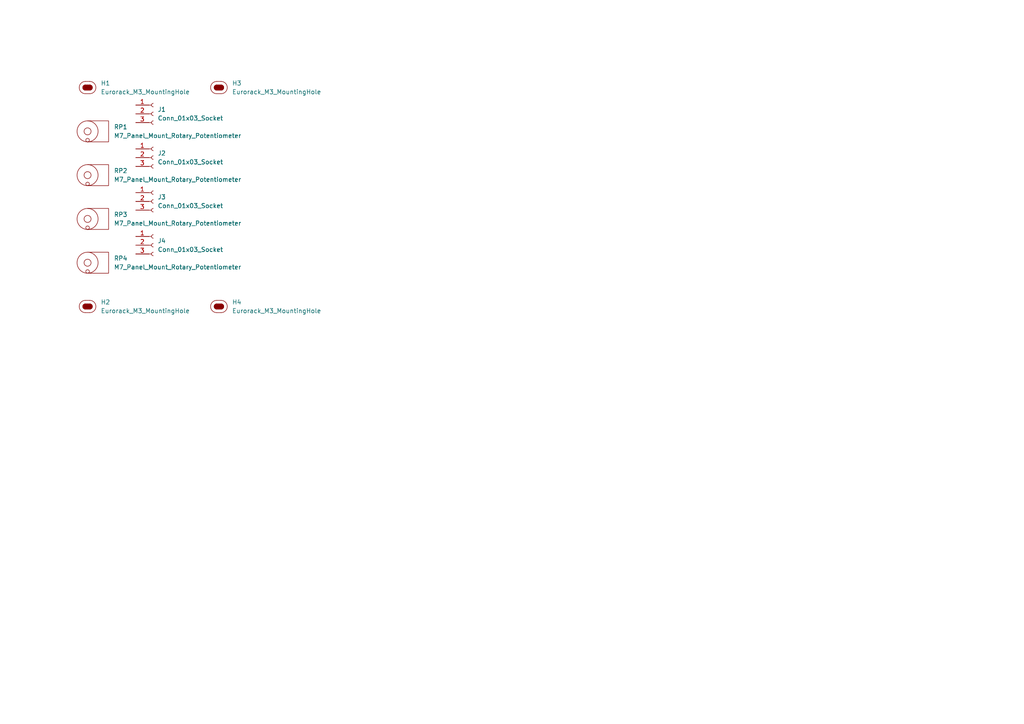
<source format=kicad_sch>
(kicad_sch (version 20231120) (generator "eeschema") (generator_version "8.0")
  (paper "A4")
  (lib_symbols
    (symbol "Connector:Conn_01x03_Socket" (pin_names (offset 1.016) hide)
      (property "Reference" "J" (at 0 5.08 0))
      (property "Value" "Conn_01x03_Socket" (at 0 -5.08 0))
      (symbol "Conn_01x03_Socket_1_1"
        (arc (start 0 -2.032) (mid -0.5058 -2.54) (end 0 -3.048) (stroke (width 0.1524)))
        (polyline (pts (xy -1.27 -2.54) (xy -0.508 -2.54)) (stroke (width 0.1524)))
        (polyline (pts (xy -1.27 0) (xy -0.508 0)) (stroke (width 0.1524)))
        (polyline (pts (xy -1.27 2.54) (xy -0.508 2.54)) (stroke (width 0.1524)))
        (arc (start 0 0.508) (mid -0.5058 0) (end 0 -0.508) (stroke (width 0.1524)))
        (arc (start 0 3.048) (mid -0.5058 2.54) (end 0 2.032) (stroke (width 0.1524)))
        (pin passive line (at -5.08 2.54 0) (length 3.81) (name "Pin_1") (number "1"))
        (pin passive line (at -5.08 0 0) (length 3.81) (name "Pin_2") (number "2"))
        (pin passive line (at -5.08 -2.54 0) (length 3.81) (name "Pin_3") (number "3"))
      )
    )
    (symbol "EXC:Eurorack_M3_MountingHole" (pin_names (offset 1.016)) (exclude_from_sim yes) (in_bom no)
      (property "Reference" "H" (at 0 5.08 0))
      (property "Value" "Eurorack_M3_MountingHole" (at 0 3.175 0))
      (symbol "Eurorack_M3_MountingHole_0_1"
        (circle (center -0.635 0) (radius 0.762) (fill (type outline)))
        (arc (start -0.635 0.762) (mid -1.397 0) (end -0.635 -0.762))
        (arc (start -0.635 1.778) (mid -2.413 0) (end -0.635 -1.778))
        (polyline (pts (xy -0.635 -1.778) (xy 0.635 -1.778)))
        (polyline (pts (xy -0.635 -0.762) (xy 0.635 -0.762)))
        (polyline (pts (xy -0.635 0.762) (xy 0.635 0.762)))
        (polyline (pts (xy 0.635 1.778) (xy -0.635 1.778)))
        (circle (center 0 0) (radius 0.762) (fill (type outline)))
        (arc (start 0.6141 -1.778) (mid 2.4131 0) (end 0.6141 1.778))
        (arc (start 0.6227 -0.762) (mid 1.3971 0) (end 0.6227 0.762))
        (circle (center 0.635 0) (radius 0.762) (fill (type outline)))
      )
    )
    (symbol "EXC:Rotary_Potentiometer_M7_Panel_Mount"
      (property "Reference" "RP" (at 0 4.064 0))
      (property "Value" "M7_Panel_Mount_Rotary_Potentiometer" (at 0 -4.318 0))
      (symbol "Rotary_Potentiometer_M7_Panel_Mount_0_1"
        (circle (center 0 -2.54) (radius 0.508))
        (polyline (pts (xy 0 3.048) (xy 6.096 3.048) (xy 6.096 -3.048) (xy 0 -3.048)))
        (circle (center 0 0) (radius 1.016))
        (circle (center 0 0) (radius 3.048))
      )
    )
  )
  (symbol (lib_id "EXC:Eurorack_M3_MountingHole") (at 63.5 88.9 0) (unit 1) (exclude_from_sim yes) (in_bom no)
    (property "Reference" "H4" (at 67.31 87.6299 0) (effects (justify left)))
    (property "Value" "Eurorack_M3_MountingHole" (at 67.31 90.1699 0) (effects (justify left)))
    (property "Footprint" "EXC:MountingHole_3.2mm_M3" (effects (hide yes)))
    (property "Description" "Mounting Hole without connection" (effects (hide yes)))
  )
  (symbol (lib_id "Connector:Conn_01x03_Socket") (at 44.45 71.12 0) (unit 1)
    (property "Reference" "J4" (at 45.72 69.8499 0) (effects (justify left)))
    (property "Value" "Conn_01x03_Socket" (at 45.72 72.3899 0) (effects (justify left)))
    (property "Footprint" "Connector_PinSocket_2.54mm:PinSocket_1x03_P2.54mm_Vertical" (effects (hide yes)))
    (property "Description" "Generic connector, single row, 01x03, script generated" (effects (hide yes)))
  )
  (symbol (lib_id "EXC:Eurorack_M3_MountingHole") (at 25.4 88.9 0) (unit 1) (exclude_from_sim yes) (in_bom no)
    (property "Reference" "H2" (at 29.21 87.6299 0) (effects (justify left)))
    (property "Value" "Eurorack_M3_MountingHole" (at 29.21 90.1699 0) (effects (justify left)))
    (property "Footprint" "EXC:MountingHole_3.2mm_M3" (effects (hide yes)))
    (property "Description" "Mounting Hole without connection" (effects (hide yes)))
  )
  (symbol (lib_id "EXC:Rotary_Potentiometer_M7_Panel_Mount") (at 25.4 76.2 0) (unit 1)
    (property "Reference" "RP4" (at 33.02 74.9299 0) (effects (justify left)))
    (property "Value" "M7_Panel_Mount_Rotary_Potentiometer" (at 33.02 77.4699 0) (effects (justify left)))
    (property "Footprint" "EXC:Rotary_Potentiometer_M7_Panel_Mount" (effects (hide yes)))
    (property "Datasheet" "https://cdn-shop.adafruit.com/product-files/562/p160.pdf" (effects (hide yes)))
    (property "Description" "An M7 panel-mounted linear potentiometer" (effects (hide yes)))
    (property "Source" "https://www.adafruit.com/product/562" (effects (hide yes)))
  )
  (symbol (lib_id "EXC:Eurorack_M3_MountingHole") (at 25.4 25.4 0) (unit 1) (exclude_from_sim yes) (in_bom no)
    (property "Reference" "H1" (at 29.21 24.1299 0) (effects (justify left)))
    (property "Value" "Eurorack_M3_MountingHole" (at 29.21 26.6699 0) (effects (justify left)))
    (property "Footprint" "EXC:MountingHole_3.2mm_M3" (effects (hide yes)))
    (property "Description" "Mounting Hole without connection" (effects (hide yes)))
  )
  (symbol (lib_id "Connector:Conn_01x03_Socket") (at 44.45 45.72 0) (unit 1)
    (property "Reference" "J2" (at 45.72 44.4499 0) (effects (justify left)))
    (property "Value" "Conn_01x03_Socket" (at 45.72 46.9899 0) (effects (justify left)))
    (property "Footprint" "Connector_PinSocket_2.54mm:PinSocket_1x03_P2.54mm_Vertical" (effects (hide yes)))
    (property "Description" "Generic connector, single row, 01x03, script generated" (effects (hide yes)))
  )
  (symbol (lib_id "Connector:Conn_01x03_Socket") (at 44.45 58.42 0) (unit 1)
    (property "Reference" "J3" (at 45.72 57.1499 0) (effects (justify left)))
    (property "Value" "Conn_01x03_Socket" (at 45.72 59.6899 0) (effects (justify left)))
    (property "Footprint" "Connector_PinSocket_2.54mm:PinSocket_1x03_P2.54mm_Vertical" (effects (hide yes)))
    (property "Description" "Generic connector, single row, 01x03, script generated" (effects (hide yes)))
  )
  (symbol (lib_id "EXC:Rotary_Potentiometer_M7_Panel_Mount") (at 25.4 63.5 0) (unit 1)
    (property "Reference" "RP3" (at 33.02 62.2299 0) (effects (justify left)))
    (property "Value" "M7_Panel_Mount_Rotary_Potentiometer" (at 33.02 64.7699 0) (effects (justify left)))
    (property "Footprint" "EXC:Rotary_Potentiometer_M7_Panel_Mount" (effects (hide yes)))
    (property "Datasheet" "https://cdn-shop.adafruit.com/product-files/562/p160.pdf" (effects (hide yes)))
    (property "Description" "An M7 panel-mounted linear potentiometer" (effects (hide yes)))
    (property "Source" "https://www.adafruit.com/product/562" (effects (hide yes)))
  )
  (symbol (lib_id "EXC:Rotary_Potentiometer_M7_Panel_Mount") (at 25.4 38.1 0) (unit 1)
    (property "Reference" "RP1" (at 33.02 36.8299 0) (effects (justify left)))
    (property "Value" "M7_Panel_Mount_Rotary_Potentiometer" (at 33.02 39.3699 0) (effects (justify left)))
    (property "Footprint" "EXC:Rotary_Potentiometer_M7_Panel_Mount" (effects (hide yes)))
    (property "Datasheet" "https://cdn-shop.adafruit.com/product-files/562/p160.pdf" (effects (hide yes)))
    (property "Description" "An M7 panel-mounted linear potentiometer" (effects (hide yes)))
    (property "Source" "https://www.adafruit.com/product/562" (effects (hide yes)))
  )
  (symbol (lib_id "EXC:Eurorack_M3_MountingHole") (at 63.5 25.4 0) (unit 1) (exclude_from_sim yes) (in_bom no)
    (property "Reference" "H3" (at 67.31 24.1299 0) (effects (justify left)))
    (property "Value" "Eurorack_M3_MountingHole" (at 67.31 26.6699 0) (effects (justify left)))
    (property "Footprint" "EXC:MountingHole_3.2mm_M3" (effects (hide yes)))
    (property "Description" "Mounting Hole without connection" (effects (hide yes)))
  )
  (symbol (lib_id "Connector:Conn_01x03_Socket") (at 44.45 33.02 0) (unit 1)
    (property "Reference" "J1" (at 45.72 31.7499 0) (effects (justify left)))
    (property "Value" "Conn_01x03_Socket" (at 45.72 34.2899 0) (effects (justify left)))
    (property "Footprint" "Connector_PinSocket_2.54mm:PinSocket_1x03_P2.54mm_Vertical" (effects (hide yes)))
    (property "Description" "Generic connector, single row, 01x03, script generated" (effects (hide yes)))
  )
  (symbol (lib_id "EXC:Rotary_Potentiometer_M7_Panel_Mount") (at 25.4 50.8 0) (unit 1)
    (property "Reference" "RP2" (at 33.02 49.5299 0) (effects (justify left)))
    (property "Value" "M7_Panel_Mount_Rotary_Potentiometer" (at 33.02 52.0699 0) (effects (justify left)))
    (property "Footprint" "EXC:Rotary_Potentiometer_M7_Panel_Mount" (effects (hide yes)))
    (property "Datasheet" "https://cdn-shop.adafruit.com/product-files/562/p160.pdf" (effects (hide yes)))
    (property "Description" "An M7 panel-mounted linear potentiometer" (effects (hide yes)))
    (property "Source" "https://www.adafruit.com/product/562" (effects (hide yes)))
  )
)
</source>
